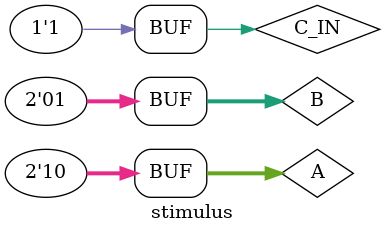
<source format=v>
module twobitfa(sum, c_out, a, b, c_in);

// I/O declaration
output [1:0]  sum;        
output c_out;
input [1:0] a, b;
input c_in;

// internal wire
wire c1;

fulladd fa0(sum[0], c1, a[0], b[0], c_in);
fulladd fa1(sum[1], c_out, a[1], b[1], c1);

endmodule

module stimulus;

reg [1:0] A, B;
reg C_IN;
wire [1:0] SUM;
wire C_OUT;

twobitfa fa2(SUM, C_OUT, A, B, C_IN);

initial
begin
	$monitor($time, " A = %d, B = %d, C_IN = %d, SUM = %d, C_OUT = %d\n", A, B, C_IN, SUM, C_OUT);
end

initial
begin
	A = 2'd1; B = 2'd2; C_IN = 1'd0;
	#2 A = 2'd0; B = 2'd1; C_IN = 1'd1;
	#2 A = 2'd2; B = 2'd1; C_IN = 1'd1;
end

endmodule

</source>
